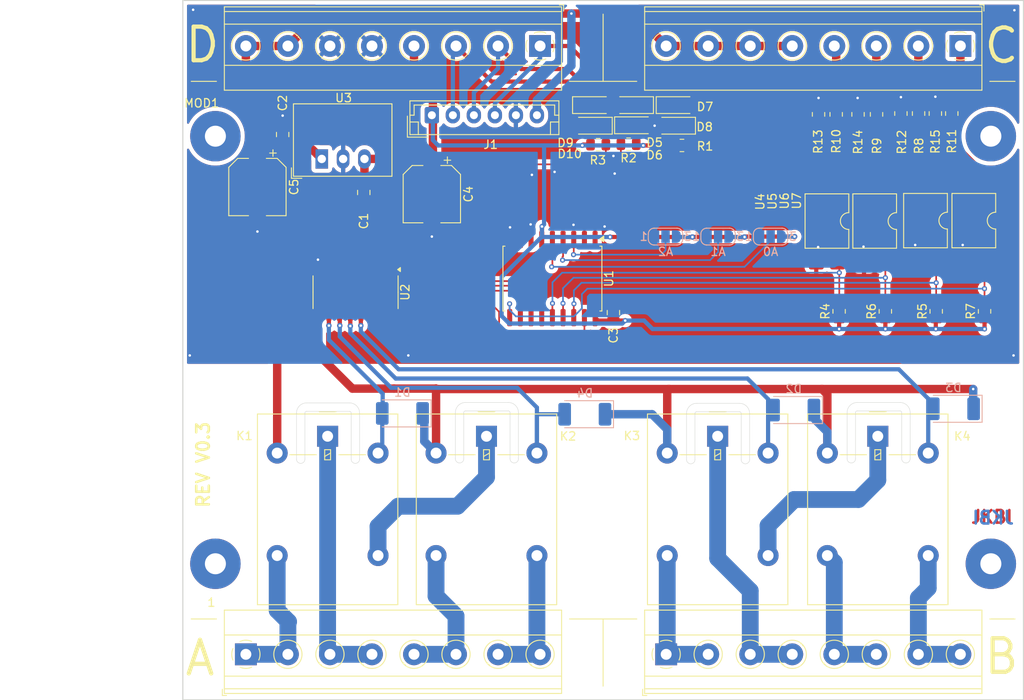
<source format=kicad_pcb>
(kicad_pcb (version 20241229) (generator "pcbnew") (generator_version "9.0")
  (title_block (title "Stairs LED contoller") (date "2025-10-06") (rev "${Revision}") (company "JKBI"))
  (layers (0 "F.Cu" signal) (2 "B.Cu" signal) (13 "F.Paste" user) (15 "B.Paste" user) (5 "F.SilkS" user "F.Silkscreen") (7 "B.SilkS" user "B.Silkscreen") (1 "F.Mask" user) (3 "B.Mask" user) (25 "Edge.Cuts" user))
  (property "Revision" "V0.3")
  (net 0 "")
  (net 1 "Net-(K1-Pad4)")
  (net 2 "GND")
  (net 3 "/nDOWN2")
  (net 4 "/L2")
  (net 5 "Net-(K3-Pad4)")
  (net 6 "/L1")
  (net 7 "/nDOWN1")
  (net 8 "/nUP2")
  (net 9 "/nUP1")
  (net 10 "VBUS")
  (net 11 "/L1-DOWN")
  (net 12 "/L1-UP")
  (net 13 "/L1-SW")
  (net 14 "/L2-DOWN")
  (net 15 "/L2-SW")
  (net 16 "/L2-UP")
  (net 19 "/DN1")
  (net 20 "/UP1")
  (net 21 "/DN2")
  (net 22 "/UP2")
  (net 25 "/SCL")
  (net 26 "/SDA")
  (net 27 "+3V3")
  (net 28 "/INT")
  (net 29 "/A0")
  (net 30 "/A1")
  (net 31 "/A2")
  (net 32 "/IN1_L")
  (net 33 "/IN2_L")
  (net 34 "/IN3_L")
  (net 35 "/IN4_L")
  (net 36 "/IN1_H")
  (net 37 "Net-(R8-Pad1)")
  (net 38 "Net-(R9-Pad1)")
  (net 39 "/IN2_H")
  (net 40 "Net-(R10-Pad1)")
  (net 41 "/IN4_H")
  (net 42 "Net-(R11-Pad1)")
  (net 43 "/IN3_H")
  (net 47 "Net-(R12-Pad1)")
  (net 48 "Net-(R13-Pad1)")
  (net 49 "Net-(R14-Pad1)")
  (net 50 "Net-(R15-Pad1)")
  (footprint "Connector_JST:JST_EH_B6B-EH-A_1x06_P2.50mm_Vertical" (layer "F.Cu") (at 130.8 69.4)
    (property "Reference" "J1")
    (property "Value" "Conn_01x05_Pin")
  )
  (footprint "Package_DIP:SMDIP-4_W9.53mm" (layer "F.Cu") (at 195.275 81.95 -90)
    (property "Reference" "U7")
    (property "Value" "EL817")
  )
  (footprint "Capacitor_SMD:CP_Elec_6.3x7.7" (layer "F.Cu") (at 110.05 77.95 -90)
    (property "Reference" "C5")
    (property "Value" "100uF")
  )
  (footprint "Resistor_SMD:R_0805_2012Metric" (layer "F.Cu") (at 184.75 92.75 90)
    (property "Reference" "R6")
    (property "Value" "4.7K")
  )
  (footprint "Relay_THT:Relay_SPDT_Omron-G5LE-1" (layer "F.Cu") (at 137.3 107.6225)
    (property "Reference" "K2")
    (property "Value" "LEG-24")
  )
  (footprint "Resistor_SMD:R_0805_2012Metric" (layer "F.Cu") (at 154.2 72.85 180)
    (property "Reference" "R2")
    (property "Value" "4.7K")
  )
  (footprint "Diode_SMD:D_SOD-123" (layer "F.Cu") (at 149.9 68.2)
    (property "Reference" "D9")
    (property "Value" "1N4148")
  )
  (footprint "Package_SO:SOIC-16_3.9x9.9mm_P1.27mm" (layer "F.Cu") (at 121.725 90.475 -90)
    (property "Reference" "U2")
    (property "Value" "ULN2003A")
  )
  (footprint "Resistor_SMD:R_0805_2012Metric" (layer "F.Cu") (at 183.7 69.3 90)
    (property "Reference" "R9")
    (property "Value" "2.2k")
  )
  (footprint "Relay_THT:Relay_SPDT_Omron-G5LE-1" (layer "F.Cu") (at 183.85 107.6225)
    (property "Reference" "K4")
    (property "Value" "LEG-24")
  )
  (footprint "Resistor_SMD:R_0805_2012Metric" (layer "F.Cu") (at 181.5 69.3 90)
    (property "Reference" "R14")
    (property "Value" "2.2k")
  )
  (footprint "Resistor_SMD:R_0805_2012Metric" (layer "F.Cu") (at 188.7 69.2 90)
    (property "Reference" "R8")
    (property "Value" "2.2k")
  )
  (footprint "Package_DIP:SMDIP-4_W9.53mm" (layer "F.Cu") (at 189.525 81.95 -90)
    (property "Reference" "U6")
    (property "Value" "EL817")
  )
  (footprint "Resistor_SMD:R_0805_2012Metric" (layer "F.Cu") (at 160.55 73)
    (property "Reference" "R1")
    (property "Value" "4.7K")
  )
  (footprint "Resistor_SMD:R_0805_2012Metric" (layer "F.Cu") (at 179.25 92.75 90)
    (property "Reference" "R4")
    (property "Value" "4.7K")
  )
  (footprint "Diode_SMD:D_SOD-123" (layer "F.Cu") (at 154.8 68.2 180)
    (property "Reference" "D5")
    (property "Value" "1N4148")
  )
  (footprint "Resistor_SMD:R_0805_2012Metric" (layer "F.Cu") (at 178.9 69.3 90)
    (property "Reference" "R10")
    (property "Value" "2.2k")
  )
  (footprint "Relay_THT:Relay_SPDT_Omron-G5LE-1" (layer "F.Cu") (at 118.4 107.6225)
    (property "Reference" "K1")
    (property "Value" "LEG-24")
  )
  (footprint "Resistor_SMD:R_0805_2012Metric" (layer "F.Cu") (at 186.6 69.2 90)
    (property "Reference" "R12")
    (property "Value" "2.2k")
  )
  (footprint "Diode_SMD:D_SOD-123" (layer "F.Cu") (at 159.85 68.2)
    (property "Reference" "D7")
    (property "Value" "1N4148")
  )
  (footprint "Diode_SMD:D_SOD-123" (layer "F.Cu") (at 159.8 70.65 180)
    (property "Reference" "D8")
    (property "Value" "1N4148")
  )
  (footprint "Package_DIP:SMDIP-4_W9.53mm" (layer "F.Cu") (at 183.48 82 -90)
    (property "Reference" "U5")
    (property "Value" "EL817")
  )
  (footprint "Diode_SMD:D_SOD-123" (layer "F.Cu") (at 149.9 70.65 180)
    (property "Reference" "D10")
    (property "Value" "1N4148")
  )
  (footprint "Package_SO:SOIC-18W_7.5x11.6mm_P1.27mm" (layer "F.Cu") (at 145.14 88.85 -90)
    (property "Reference" "U1")
    (property "Value" "MCP23008-xP")
  )
  (footprint "Resistor_SMD:R_0805_2012Metric" (layer "F.Cu") (at 150.5875 72.9)
    (property "Reference" "R3")
    (property "Value" "4.7K")
  )
  (footprint "ZD1006:ZD1006" (layer "F.Cu") (at 101.175 97.37)
    (property "Reference" "MOD1")
    (property "Value" "4x TerminalBlock_Phoenix_MKDS-1,5-8_1x08_P5.00mm + ZD1006")
    (fp_line (start 0 -41.625) (end 0 41.625) (stroke (width 0.12)) (layer "Edge.Cuts"))
    (fp_line (start 0 41.625) (end 100 41.625) (stroke (width 0.12)) (layer "Edge.Cuts"))
    (fp_line (start 100 -41.625) (end 0 -41.625) (stroke (width 0.12)) (layer "Edge.Cuts"))
    (fp_line (start 100 41.625) (end 100 -41.625) (stroke (width 0.12)) (layer "Edge.Cuts"))
  )
  (footprint "Package_DIP:SMDIP-4_W9.53mm" (layer "F.Cu") (at 177.8 82 -90)
    (property "Reference" "U4")
    (property "Value" "EL817")
  )
  (footprint "Resistor_SMD:R_0805_2012Metric" (layer "F.Cu") (at 196.55 92.75 90)
    (property "Reference" "R7")
    (property "Value" "4.7K")
  )
  (footprint "Capacitor_SMD:C_0805_2012Metric" (layer "F.Cu") (at 113.05 71.7 90)
    (property "Reference" "C2")
    (property "Value" "100nF")
  )
  (footprint "Converter_DCDC:Converter_DCDC_RECOM_R-78E-0.5_THT" (layer "F.Cu") (at 117.703 74.6075)
    (property "Reference" "U3")
    (property "Value" "R-78E3.3-1.0")
  )
  (footprint "Relay_THT:Relay_SPDT_Omron-G5LE-1" (layer "F.Cu") (at 164.8 107.6225)
    (property "Reference" "K3")
    (property "Value" "LEG-24")
  )
  (footprint "Resistor_SMD:R_0805_2012Metric" (layer "F.Cu") (at 192.65 69.2 90)
    (property "Reference" "R11")
    (property "Value" "2.2k")
  )
  (footprint "Resistor_SMD:R_0805_2012Metric" (layer "F.Cu") (at 176.8 69.3 90)
    (property "Reference" "R13")
    (property "Value" "2.2k")
  )
  (footprint "Diode_SMD:D_SOD-123" (layer "F.Cu") (at 154.9 70.6)
    (property "Reference" "D6")
    (property "Value" "1N4148")
  )
  (footprint "Capacitor_SMD:CP_Elec_6.3x7.7" (layer "F.Cu") (at 130.8 78.8 -90)
    (property "Reference" "C4")
    (property "Value" "100uF")
  )
  (footprint "Resistor_SMD:R_0805_2012Metric" (layer "F.Cu") (at 190.8 92.75 90)
    (property "Reference" "R5")
    (property "Value" "4.7K")
  )
  (footprint "Capacitor_SMD:C_0805_2012Metric" (layer "F.Cu") (at 122.7 78.6 -90)
    (property "Reference" "C1")
    (property "Value" "100nF")
  )
  (footprint "Capacitor_SMD:C_0805_2012Metric" (layer "F.Cu") (at 152.4 92.9 90)
    (property "Reference" "C3")
    (property "Value" "100nF")
  )
  (footprint "Resistor_SMD:R_0805_2012Metric" (layer "F.Cu") (at 190.7 69.2 90)
    (property "Reference" "R15")
    (property "Value" "2.2k")
  )
  (footprint "Jumper:SolderJumper-3_P1.3mm_Open_RoundedPad1.0x1.5mm_NumberLabels" (layer "B.Cu") (at 164.85 83.85)
    (property "Reference" "A1")
    (property "Value" "SolderJumper_3_Open")
  )
  (footprint "Diode_SMD:D_MELF" (layer "B.Cu") (at 127.3 104.9 180)
    (property "Reference" "D1")
    (property "Value" "SM4007")
  )
  (footprint "Diode_SMD:D_MELF" (layer "B.Cu") (at 192.85 104.35 180)
    (property "Reference" "D3")
    (property "Value" "SM4007")
  )
  (footprint "Diode_SMD:D_MELF" (layer "B.Cu") (at 149 105 180)
    (property "Reference" "D4")
    (property "Value" "SM4007")
  )
  (footprint "Jumper:SolderJumper-3_P1.3mm_Open_RoundedPad1.0x1.5mm_NumberLabels" (layer "B.Cu") (at 171.1 83.85)
    (property "Reference" "A0")
    (property "Value" "SolderJumper_3_Open")
  )
  (footprint "Diode_SMD:D_MELF" (layer "B.Cu") (at 173.85 104.5 180)
    (property "Reference" "D2")
    (property "Value" "SM4007")
  )
  (footprint "Jumper:SolderJumper-3_P1.3mm_Open_RoundedPad1.0x1.5mm_NumberLabels" (layer "B.Cu") (at 158.6 83.85)
    (property "Reference" "A2")
    (property "Value" "SolderJumper_3_Open")
  )
  (gr_arc (start 139.9 103.6) (mid 140.748528 103.951472) (end 141.1 104.8) (stroke (width 0.05)) (layer "Edge.Cuts"))
  (gr_arc (start 167.4 103.7) (mid 168.248528 104.051472) (end 168.6 104.9) (stroke (width 0.05)) (layer "Edge.Cuts"))
  (gr_arc (start 168.6 110.4) (mid 168.1 110.9) (end 167.6 110.4) (stroke (width 0.05)) (layer "Edge.Cuts"))
  (gr_line (start 187.7 110.3) (end 187.7 104.8) (stroke (width 0.05)) (layer "Edge.Cuts"))
  (gr_line (start 161.1 110.4) (end 161.1 104.9) (stroke (width 0.05)) (layer "Edge.Cuts"))
  (gr_line (start 134.6 110.3) (end 134.6 104.8) (stroke (width 0.05)) (layer "Edge.Cuts"))
  (gr_arc (start 122.2 110.35) (mid 121.7 110.85) (end 121.2 110.35) (stroke (width 0.05)) (layer "Edge.Cuts"))
  (gr_line (start 122.2 110.35) (end 122.2 104.85) (stroke (width 0.05)) (layer "Edge.Cuts"))
  (gr_line (start 134.8 103.6) (end 139.9 103.6) (stroke (width 0.05)) (layer "Edge.Cuts"))
  (gr_line (start 162.3 104.7) (end 167.4 104.7) (stroke (width 0.05)) (layer "Edge.Cuts"))
  (gr_line (start 141.1 110.3) (end 141.1 104.8) (stroke (width 0.05)) (layer "Edge.Cuts"))
  (gr_arc (start 181.2 110.3) (mid 180.7 110.8) (end 180.2 110.3) (stroke (width 0.05)) (layer "Edge.Cuts"))
  (gr_arc (start 121 103.65) (mid 121.848528 104.001472) (end 122.2 104.85) (stroke (width 0.05)) (layer "Edge.Cuts"))
  (gr_line (start 181.4 104.6) (end 186.5 104.6) (stroke (width 0.05)) (layer "Edge.Cuts"))
  (gr_arc (start 162.1 104.9) (mid 162.158579 104.758579) (end 162.3 104.7) (stroke (width 0.05)) (layer "Edge.Cuts"))
  (gr_arc (start 133.6 104.8) (mid 133.951472 103.951472) (end 134.8 103.6) (stroke (width 0.05)) (layer "Edge.Cuts"))
  (gr_line (start 121.2 110.35) (end 121.2 104.85) (stroke (width 0.05)) (layer "Edge.Cuts"))
  (gr_arc (start 187.7 110.3) (mid 187.2 110.8) (end 186.7 110.3) (stroke (width 0.05)) (layer "Edge.Cuts"))
  (gr_line (start 115.9 104.65) (end 121 104.65) (stroke (width 0.05)) (layer "Edge.Cuts"))
  (gr_line (start 115.7 110.35) (end 115.7 104.85) (stroke (width 0.05)) (layer "Edge.Cuts"))
  (gr_arc (start 167.4 104.7) (mid 167.541421 104.758579) (end 167.6 104.9) (stroke (width 0.05)) (layer "Edge.Cuts"))
  (gr_arc (start 141.1 110.3) (mid 140.6 110.8) (end 140.1 110.3) (stroke (width 0.05)) (layer "Edge.Cuts"))
  (gr_line (start 186.7 110.3) (end 186.7 104.8) (stroke (width 0.05)) (layer "Edge.Cuts"))
  (gr_arc (start 180.2 104.8) (mid 180.551472 103.951472) (end 181.4 103.6) (stroke (width 0.05)) (layer "Edge.Cuts"))
  (gr_line (start 134.8 104.6) (end 139.9 104.6) (stroke (width 0.05)) (layer "Edge.Cuts"))
  (gr_arc (start 181.2 104.8) (mid 181.258579 104.658579) (end 181.4 104.6) (stroke (width 0.05)) (layer "Edge.Cuts"))
  (gr_arc (start 186.5 104.6) (mid 186.641421 104.658579) (end 186.7 104.8) (stroke (width 0.05)) (layer "Edge.Cuts"))
  (gr_arc (start 162.1 110.4) (mid 161.6 110.9) (end 161.1 110.4) (stroke (width 0.05)) (layer "Edge.Cuts"))
  (gr_arc (start 139.9 104.6) (mid 140.041421 104.658579) (end 140.1 104.8) (stroke (width 0.05)) (layer "Edge.Cuts"))
  (gr_arc (start 115.7 110.35) (mid 115.2 110.85) (end 114.7 110.35) (stroke (width 0.05)) (layer "Edge.Cuts"))
  (gr_arc (start 186.5 103.6) (mid 187.348528 103.951472) (end 187.7 104.8) (stroke (width 0.05)) (layer "Edge.Cuts"))
  (gr_line (start 180.2 110.3) (end 180.2 104.8) (stroke (width 0.05)) (layer "Edge.Cuts"))
  (gr_line (start 162.1 110.4) (end 162.1 104.9) (stroke (width 0.05)) (layer "Edge.Cuts"))
  (gr_arc (start 134.6 104.8) (mid 134.658579 104.658579) (end 134.8 104.6) (stroke (width 0.05)) (layer "Edge.Cuts"))
  (gr_line (start 115.9 103.65) (end 121 103.65) (stroke (width 0.05)) (layer "Edge.Cuts"))
  (gr_arc (start 121 104.65) (mid 121.141421 104.708579) (end 121.2 104.85) (stroke (width 0.05)) (layer "Edge.Cuts"))
  (gr_line (start 140.1 110.3) (end 140.1 104.8) (stroke (width 0.05)) (layer "Edge.Cuts"))
  (gr_line (start 181.2 110.3) (end 181.2 104.8) (stroke (width 0.05)) (layer "Edge.Cuts"))
  (gr_line (start 114.7 110.35) (end 114.7 104.85) (stroke (width 0.05)) (layer "Edge.Cuts"))
  (gr_line (start 168.6 110.4) (end 168.6 104.9) (stroke (width 0.05)) (layer "Edge.Cuts"))
  (gr_line (start 162.3 103.7) (end 167.4 103.7) (stroke (width 0.05)) (layer "Edge.Cuts"))
  (gr_line (start 167.6 110.4) (end 167.6 104.9) (stroke (width 0.05)) (layer "Edge.Cuts"))
  (gr_arc (start 161.1 104.9) (mid 161.451472 104.051472) (end 162.3 103.7) (stroke (width 0.05)) (layer "Edge.Cuts"))
  (gr_arc (start 134.6 110.3) (mid 134.1 110.8) (end 133.6 110.3) (stroke (width 0.05)) (layer "Edge.Cuts"))
  (gr_line (start 181.4 103.6) (end 186.5 103.6) (stroke (width 0.05)) (layer "Edge.Cuts"))
  (gr_arc (start 115.7 104.85) (mid 115.758579 104.708579) (end 115.9 104.65) (stroke (width 0.05)) (layer "Edge.Cuts"))
  (gr_arc (start 114.7 104.85) (mid 115.051472 104.001472) (end 115.9 103.65) (stroke (width 0.05)) (layer "Edge.Cuts"))
  (gr_line (start 133.6 110.3) (end 133.6 104.8) (stroke (width 0.05)) (layer "Edge.Cuts"))
  (gr_text "JKBI" (at 194.8 118.1 0) (layer "F.Cu") (effects (font (size 1.5 1.5) (thickness 0.3) (bold yes)) (justify left bottom)))
  (gr_text "JKBI" (at 200.2 118.2 0) (layer "B.Cu") (effects (font (size 1.5 1.5) (thickness 0.3) (bold yes)) (justify left bottom mirror)))
  (gr_text "REV ${Revision}" (at 104.467428 116.275428 90) (layer "F.SilkS") (effects (font (size 1.5 1.5) (thickness 0.3) (bold yes)) (justify left bottom)))
  (gr_text "1" (at 104 128 0) (layer "F.SilkS") (effects (font (size 1 1)) (justify left bottom)))
  (segment (start 133.85 115.95) (end 126.8 115.95) (width 2) (layer "B.Cu") (net 1))
  (segment (start 126.8 115.95) (end 124.4 118.35) (width 2) (layer "B.Cu") (net 1))
  (segment (start 137.3 107.6225) (end 137.3 112.5) (width 2) (layer "B.Cu") (net 1))
  (segment (start 137.3 112.5) (end 133.85 115.95) (width 2) (layer "B.Cu") (net 1))
  (segment (start 124.4 118.35) (end 124.4 121.8225) (width 2) (layer "B.Cu") (net 1))
  (segment (start 176.73 85.12) (end 176.75 85.1) (width 0.5) (layer "F.Cu") (net 2))
  (segment (start 176.8 68.3875) (end 176.8 67.35) (width 0.5) (layer "F.Cu") (net 2))
  (segment (start 158.15 70.65) (end 157.3 70.65) (width 0.5) (layer "F.Cu") (net 2))
  (segment (start 182.21 85.11) (end 182.15 85.05) (width 0.5) (layer "F.Cu") (net 2))
  (segment (start 113.05 70.75) (end 113.05 69.45) (width 1) (layer "F.Cu") (net 2))
  (segment (start 156.6 70.65) (end 156.55 70.6) (width 0.5) (layer "F.Cu") (net 2))
  (segment (start 157.3 70.65) (end 156.6 70.65) (width 0.5) (layer "F.Cu") (net 2))
  (segment (start 181.5 67.4) (end 181.45 67.35) (width 0.5) (layer "F.Cu") (net 2))
  (segment (start 130.8 81.5) (end 130.8 83.85) (width 1) (layer "F.Cu") (net 2))
  (segment (start 117.28 88) (end 117.28 86.63) (width 0.5) (layer "F.Cu") (net 2))
  (segment (start 186.6 68.2875) (end 186.6 67.25) (width 0.5) (layer "F.Cu") (net 2))
  (segment (start 110.05 80.65) (end 110.05 83.25) (width 1) (layer "F.Cu") (net 2))
  (segment (start 194.005 86.715) (end 194.005 84.905) (width 0.5) (layer "F.Cu") (net 2))
  (segment (start 188.255 86.715) (end 188.255 84.895) (width 0.5) (layer "F.Cu") (net 2))
  (segment (start 181.5 68.3875) (end 181.5 67.4) (width 0.5) (layer "F.Cu") (net 2))
  (segment (start 190.7 68.2875) (end 190.7 67.2) (width 0.5) (layer "F.Cu") (net 2))
  (segment (start 182.21 86.765) (end 182.21 85.11) (width 0.5) (layer "F.Cu") (net 2))
  (segment (start 176.73 86.765) (end 176.73 85.12) (width 0.5) (layer "F.Cu") (net 2))
  (segment (start 188.255 84.895) (end 188.3 84.85) (width 0.5) (layer "F.Cu") (net 2))
  (segment (start 194.005 84.905) (end 193.95 84.85) (width 0.5) (layer "F.Cu") (net 2))
  (segment (start 117.28 86.63) (end 117.25 86.6) (width 0.5) (layer "F.Cu") (net 2))
  (segment (start 140.06 84.2) (end 140.06 82.79) (width 0.5) (layer "F.Cu") (net 2))
  (segment (start 140.06 82.79) (end 140.1 82.75) (width 0.5) (layer "F.Cu") (net 2))
  (via (at 142.7 76.5) (size 0.6) (drill 0.3) (layers "F.Cu" "B.Cu") (net 2))
  (via (at 152.55 76.35) (size 0.6) (drill 0.3) (layers "F.Cu" "B.Cu") (net 2))
  (via (at 142.55 82.4) (size 0.6) (drill 0.3) (layers "F.Cu" "B.Cu") (net 2))
  (via (at 157.3 70.65) (size 0.6) (drill 0.3) (layers "F.Cu" "B.Cu") (net 2))
  (via (at 147.65 82.45) (size 0.6) (drill 0.3) (layers "F.Cu" "B.Cu") (net 2))
  (via (at 130.8 83.85) (size 0.6) (drill 0.3) (layers "F.Cu" "B.Cu") (net 2))
  (via (at 176.75 85.1) (size 0.6) (drill 0.3) (layers "F.Cu" "B.Cu") (net 2))
  (via (at 140.1 82.75) (size 0.65) (drill 0.3) (layers "F.Cu" "B.Cu") (net 2))
  (via (at 151.35 82.65) (size 0.6) (drill 0.3) (layers "F.Cu" "B.Cu") (net 2))
  (via (at 152.4 74.25) (size 0.6) (drill 0.3) (layers "F.Cu" "B.Cu") (net 2))
  (via (at 102.4 56.85) (size 0.6) (drill 0.3) (layers "F.Cu" "B.Cu") (net 2))
  (via (at 200.1 56.9) (size 0.6) (drill 0.3) (layers "F.Cu" "B.Cu") (net 2))
  (via (at 188.3 84.85) (size 0.6) (drill 0.3) (layers "F.Cu" "B.Cu") (net 2))
  (via (at 200 98) (size 0.6) (drill 0.3) (layers "F.Cu" "B.Cu") (net 2))
  (via (at 182.15 85.05) (size 0.6) (drill 0.3) (layers "F.Cu" "B.Cu") (net 2))
  (via (at 176.8 67.35) (size 0.6) (drill 0.3) (layers "F.Cu" "B.Cu") (net 2))
  (via (at 186.6 67.25) (size 0.6) (drill 0.3) (layers "F.Cu" "B.Cu") (net 2))
  (via (at 181.45 67.35) (size 0.6) (drill 0.3) (layers "F.Cu" "B.Cu") (net 2))
  (via (at 117.25 86.6) (size 0.65) (drill 0.3) (layers "F.Cu" "B.Cu") (net 2))
  (via (at 110.05 83.25) (size 0.6) (drill 0.3) (layers "F.Cu" "B.Cu") (net 2))
  (via (at 190.7 67.2) (size 0.6) (drill 0.3) (layers "F.Cu" "B.Cu") (net 2))
  (via (at 113.05 69.45) (size 0.6) (drill 0.3) (layers "F.Cu" "B.Cu") (net 2))
  (via (at 145.4 76.15) (size 0.6) (drill 0.3) (layers "F.Cu" "B.Cu") (net 2))
  (via (at 128 98) (size 0.6) (drill 0.3) (layers "F.Cu" "B.Cu") (net 2))
  (via (at 102 98) (size 0.6) (drill 0.3) (layers "F.Cu" "B.Cu") (net 2))
  (via (at 193.95 84.85) (size 0.6) (drill 0.3) (layers "F.Cu" "B.Cu") (net 2))
  (segment (start 121.1 94.5) (end 121.1 92.96) (width 0.5) (layer "F.Cu") (net 3))
  (segment (start 121.1 92.96) (end 121.09 92.95) (width 0.5) (layer "F.Cu") (net 3))
  (via (at 121.1 94.5) (size 0.65) (drill 0.3) (layers "F.Cu" "B.Cu") (net 3))
  (segment (start 121.1 94.5) (end 121.1 95.35) (width 0.5) (layer "B.Cu") (net 3))
  (segment (start 121.1 95.35) (end 126.5 100.75) (width 0.5) (layer "B.Cu") (net 3))
  (segment (start 168.35 100.75) (end 170.8 103.2) (width 0.5) (layer "B.Cu") (net 3))
  (segment (start 126.5 100.75) (end 168.35 100.75) (width 0.5) (layer "B.Cu") (net 3))
  (segment (start 170.8 103.2) (end 170.8 109.6225) (width 0.5) (layer "B.Cu") (net 3))
  (segment (start 168.675 126.025) (end 168.675 133.58) (width 2) (layer "B.Cu") (net 4))
  (segment (start 164.8 107.6225) (end 164.8 122.15) (width 2) (layer "B.Cu") (net 4))
  (segment (start 164.8 122.15) (end 168.675 126.025) (width 2) (layer "B.Cu") (net 4))
  (segment (start 173.675 133.58) (end 168.675 133.58) (width 2) (layer "B.Cu") (net 4))
  (segment (start 181.55 115.15) (end 183.85 112.85) (width 2) (layer "B.Cu") (net 5))
  (segment (start 173.9 115.15) (end 181.55 115.15) (width 2) (layer "B.Cu") (net 5))
  (segment (start 170.8 118.25) (end 173.9 115.15) (width 2) (layer "B.Cu") (net 5))
  (segment (start 183.85 112.85) (end 183.85 107.6225) (width 2) (layer "B.Cu") (net 5))
  (segment (start 170.8 121.8225) (end 170.8 118.25) (width 2) (layer "B.Cu") (net 5))
  (segment (start 123.675 133.58) (end 118.675 133.58) (width 2) (layer "B.Cu") (net 6))
  (segment (start 118.675 133.58) (end 118.4 133.305) (width 2) (layer "B.Cu") (net 6))
  (segment (start 118.4 133.305) (end 118.4 107.6225) (width 2) (layer "B.Cu") (net 6))
  (segment (start 118.55 94.45) (end 118.55 92.95) (width 0.5) (layer "F.Cu") (net 7))
  (via (at 118.55 94.45) (size 0.65) (drill 0.3) (layers "F.Cu" "B.Cu") (net 7))
  (segment (start 124.9 109.1225) (end 124.4 109.6225) (width 0.5) (layer "B.Cu") (net 7))
  (segment (start 124.9 104.9) (end 124.9 109.1225) (width 0.5) (layer "B.Cu") (net 7))
  (segment (start 124.95 102.55) (end 124.95 104.85) (width 0.5) (layer "B.Cu") (net 7))
  (segment (start 124.95 104.85) (end 124.9 104.9) (width 0.5) (layer "B.Cu") (net 7))
  (segment (start 118.55 94.45) (end 118.55 96.15) (width 0.5) (layer "B.Cu") (net 7))
  (segment (start 118.55 96.15) (end 124.95 102.55) (width 0.5) (layer "B.Cu") (net 7))
  (segment (start 122.35 94.45) (end 122.35 92.96) (width 0.5) (layer "F.Cu") (net 8))
  (segment (start 122.35 92.96) (end 122.36 92.95) (width 0.5) (layer "F.Cu") (net 8))
  (via (at 122.35 94.45) (size 0.65) (drill 0.3) (layers "F.Cu" "B.Cu") (net 8))
  (segment (start 122.35 95.15) (end 126.85 99.65) (width 0.5) (layer "B.Cu") (net 8))
  (segment (start 189.85 103.15) (end 189.85 109.6225) (width 0.5) (layer "B.Cu") (net 8))
  (segment (start 122.35 94.45) (end 122.35 95.15) (width 0.5) (layer "B.Cu") (net 8))
  (segment (start 186.35 99.65) (end 189.85 103.15) (width 0.5) (layer "B.Cu") (net 8))
  (segment (start 126.85 99.65) (end 186.35 99.65) (width 0.5) (layer "B.Cu") (net 8))
  (segment (start 119.85 92.98) (end 119.82 92.95) (width 0.5) (layer "F.Cu") (net 9))
  (segment (start 119.85 94.45) (end 119.85 92.98) (width 0.5) (layer "F.Cu") (net 9))
  (via (at 119.85 94.45) (size 0.65) (drill 0.3) (layers "F.Cu" "B.Cu") (net 9))
  (segment (start 143.3 104.2) (end 143.3 109.6225) (width 0.5) (layer "B.Cu") (net 9))
  (segment (start 143.3 109.6225) (end 143.3 105) (width 0.5) (layer "B.Cu") (net 9))
  (segment (start 125.95 101.85) (end 140.95 101.85) (width 0.5) (layer "B.Cu") (net 9))
  (segment (start 140.95 101.85) (end 143.3 104.2) (width 0.5) (layer "B.Cu") (net 9))
  (segment (start 119.85 95.75) (end 125.95 101.85) (width 0.5) (layer "B.Cu") (net 9))
  (segment (start 143.3 105) (end 146.6 105) (width 0.5) (layer "B.Cu") (net 9))
  (segment (start 119.85 94.45) (end 119.85 95.75) (width 0.5) (layer "B.Cu") (net 9))
  (segment (start 117.703 74.6075) (end 116.5955 73.5) (width 1) (layer "F.Cu") (net 10))
  (segment (start 158.8 102.2) (end 159 102) (width 1) (layer "F.Cu") (net 10))
  (segment (start 195.2 102) (end 177.2 102) (width 1) (layer "F.Cu") (net 10))
  (segment (start 131.3 101.95) (end 131.3 109.6225) (width 1) (layer "F.Cu") (net 10))
  (segment (start 113.675 61.16) (end 117.535 57.3) (width 1) (layer "F.Cu") (net 10))
  (segment (start 110.25 73.5) (end 110.25 74.6) (width 1) (layer "F.Cu") (net 10))
  (segment (start 108.675 61.16) (end 108.675 67.675) (width 1) (layer "F.Cu") (net 10))
  (segment (start 158.8 109.6225) (end 158.8 102.2) (width 1) (layer "F.Cu") (net 10))
  (segment (start 117.535 57.3) (end 147.4 57.3) (width 1) (layer "F.Cu") (net 10))
  (segment (start 117.22 92.42) (end 117.22 97.82) (width 1) (layer "F.Cu") (net 10))
  (segment (start 126.3 101.95) (end 131.3 101.95) (width 1) (layer "F.Cu") (net 10))
  (segment (start 158.675 61.16) (end 173.675 61.16) (width 1) (layer "F.Cu") (net 10))
  (segment (start 116.5955 73.5) (end 110.25 73.5) (width 1) (layer "F.Cu") (net 10))
  (segment (start 131.3 101.95) (end 131.25 102) (width 1) (layer "F.Cu") (net 10))
  (segment (start 112.4 97.85) (end 112.4 109.6225) (width 1) (layer "F.Cu") (net 10))
  (segment (start 131.1 102) (end 159 102) (width 1) (layer "F.Cu") (net 10))
  (segment (start 107.5 90) (end 107.5 92.95) (width 1) (layer "F.Cu") (net 10))
  (segment (start 110.25 69.25) (end 110.25 74.6) (width 1) (layer "F.Cu") (net 10))
  (segment (start 117.25 97.85) (end 121.35 101.95) (width 1) (layer "F.Cu") (net 10))
  (segment (start 154.815 57.3) (end 158.675 61.16) (width 1) (layer "F.Cu") (net 10))
  (segment (start 110.25 76.1) (end 107.597349 78.752651) (width 1) (layer "F.Cu") (net 10))
  (segment (start 107.597349 89.902651) (end 107.5 90) (width 1) (layer "F.Cu") (net 10))
  (segment (start 121.35 101.95) (end 126.3 101.95) (width 1) (layer "F.Cu") (net 10))
  (segment (start 177.2 102) (end 177.85 102.65) (width 1) (layer "F.Cu") (net 10))
  (segment (start 159 102) (end 177.2 102) (width 1) (layer "F.Cu") (net 10))
  (segment (start 108.675 61.16) (end 113.675 61.16) (width 1) (layer "F.Cu") (net 10))
  (segment (start 131.25 102) (end 131.1 102) (width 1) (layer "F.Cu") (net 10))
  (segment (start 107.5 92.95) (end 112.4 97.85) (width 1) (layer "F.Cu") (net 10))
  (segment (start 147.4 57.3) (end 154.815 57.3) (width 1) (layer "F.Cu") (net 10))
  (segment (start 112.4 97.85) (end 117.25 97.85) (width 1) (layer "F.Cu") (net 10))
  (segment (start 107.597349 78.752651) (end 107.597349 89.902651) (width 1) (layer "F.Cu") (net 10))
  (segment (start 177.85 102.65) (end 177.85 109.6225) (width 1) (layer "F.Cu") (net 10))
  (segment (start 108.675 67.675) (end 110.25 69.25) (width 1) (layer "F.Cu") (net 10))
  (segment (start 117.22 97.82) (end 117.25 97.85) (width 1) (layer "F.Cu") (net 10))
  (segment (start 110.25 74.6) (end 110.25 76.1) (width 1) (layer "F.Cu") (net 10))
  (via (at 195.2 102) (size 0.65) (drill 0.3) (layers "F.Cu" "B.Cu") (net 10))
  (via (at 147.4 57.3) (size 0.6) (drill 0.3) (layers "F.Cu" "B.Cu") (net 10))
  (segment (start 129.9 108.2225) (end 131.3 109.6225) (width 1) (layer "B.Cu") (net 10))
  (segment (start 151.4 105) (end 157 105) (width 1) (layer "B.Cu") (net 10))
  (segment (start 177.85 107.1) (end 177.85 109.6225) (width 1) (layer "B.Cu") (net 10))
  (segment (start 176.4 103.65) (end 176.4 105.65) (width 1) (layer "B.Cu") (net 10))
  (segment (start 157 105) (end 158.8 106.8) (width 1) (layer "B.Cu") (net 10))
  (segment (start 129.7 104.9) (end 129.9 105.1) (width 1) (layer "B.Cu") (net 10))
  (segment (start 147.4 63.5) (end 147.4 57.3) (width 1) (layer "B.Cu") (net 10))
  (segment (start 195.25 104.2) (end 195.25 104.35) (width 1) (layer "B.Cu") (net 10))
  (segment (start 143.3 67.6) (end 147.4 63.5) (width 1) (layer "B.Cu") (net 10))
  (segment (start 195.2 104.15) (end 195.25 104.2) (width 1) (layer "B.Cu") (net 10))
  (segment (start 158.8 106.8) (end 158.8 109.6225) (width 1) (layer "B.Cu") (net 10))
  (segment (start 176.4 105.65) (end 177.85 107.1) (width 1) (layer "B.Cu") (net 10))
  (segment (start 195.2 102) (end 195.2 104.15) (width 1) (layer "B.Cu") (net 10))
  (segment (start 129.9 105.1) (end 129.9 108.2225) (width 1) (layer "B.Cu") (net 10))
  (segment (start 143.3 69.4) (end 143.3 67.6) (width 1) (layer "B.Cu") (net 10))
  (segment (start 113.675 129.775) (end 113.675 133.58) (width 2) (layer "B.Cu") (net 11))
  (segment (start 108.675 133.58) (end 113.675 133.58) (width 2) (layer "B.Cu") (net 11))
  (segment (start 112.4 121.8225) (end 112.4 128.35) (width 2) (layer "B.Cu") (net 11))
  (segment (start 112.4 128.35) (end 113.75 129.7) (width 2) (layer "B.Cu") (net 11))
  (segment (start 113.75 129.7) (end 113.675 129.775) (width 2) (layer "B.Cu") (net 11))
  (segment (start 133.675 129.025) (end 133.675 133.58) (width 2) (layer "B.Cu") (net 12))
  (segment (start 128.675 133.58) (end 133.675 133.58) (width 2) (layer "B.Cu") (net 12))
  (segment (start 131.3 126.65) (end 133.675 129.025) (width 2) (layer "B.Cu") (net 12))
  (segment (start 131.3 121.8225) (end 131.3 126.65) (width 2) (layer "B.Cu") (net 12))
  (segment (start 138.675 133.58) (end 143.675 133.58) (width 2) (layer "B.Cu") (net 13))
  (segment (start 143.3 121.8225) (end 143.3 133.205) (width 2) (layer "B.Cu") (net 13))
  (segment (start 143.3 133.205) (end 143.675 133.58) (width 2) (layer "B.Cu") (net 13))
  (segment (start 158.8 121.8225) (end 158.8 133.455) (width 2) (layer "B.Cu") (net 14))
  (segment (start 163.675 133.58) (end 158.675 133.58) (width 2) (layer "B.Cu") (net 14))
  (segment (start 158.8 133.455) (end 158.675 133.58) (width 2) (layer "B.Cu") (net 14))
  (segment (start 189.85 121.8225) (end 189.85 125.7) (width 2) (layer "B.Cu") (net 15))
  (segment (start 188.675 126.875) (end 188.675 133.58) (width 2) (layer "B.Cu") (net 15))
  (segment (start 193.675 133.58) (end 188.675 133.58) (width 2) (layer "B.Cu") (net 15))
  (segment (start 189.85 125.7) (end 188.675 126.875) (width 2) (layer "B.Cu") (net 15))
  (segment (start 178.675 133.58) (end 178.675 122.6475) (width 2) (layer "B.Cu") (net 16))
  (segment (start 178.675 122.6475) (end 177.85 121.8225) (width 2) (layer "B.Cu") (net 16))
  (segment (start 183.675 133.58) (end 178.675 133.58) (width 2) (layer "B.Cu") (net 16))
  (segment (start 143.87 91.17) (end 143.87 93.5) (width 0.2) (layer "F.Cu") (net 19))
  (segment (start 130.25 89.15) (end 141.85 89.15) (width 0.2) (layer "F.Cu") (net 19))
  (segment (start 118.55 86.45) (end 119.95 85.05) (width 0.2) (layer "F.Cu") (net 19))
  (segment (start 129.1 86.1) (end 129.1 88) (width 0.2) (layer "F.Cu") (net 19))
  (segment (start 128.05 85.05) (end 129.1 86.1) (width 0.2) (layer "F.Cu") (net 19))
  (segment (start 118.55 88) (end 118.55 86.45) (width 0.2) (layer "F.Cu") (net 19))
  (segment (start 119.95 85.05) (end 128.05 85.05) (width 0.2) (layer "F.Cu") (net 19))
  (segment (start 129.1 88) (end 130.25 89.15) (width 0.2) (layer "F.Cu") (net 19))
  (segment (start 141.85 89.15) (end 143.87 91.17) (width 0.2) (layer "F.Cu") (net 19))
  (segment (start 142.6 91.2) (end 142.6 93.5) (width 0.2) (layer "F.Cu") (net 20))
  (segment (start 127.75 85.6) (end 128.6 86.45) (width 0.2) (layer "F.Cu") (net 20))
  (segment (start 141.1 89.7) (end 142.6 91.2) (width 0.2) (layer "F.Cu") (net 20))
  (segment (start 119.82 88) (end 119.82 86.63) (width 0.2) (layer "F.Cu") (net 20))
  (segment (start 129.8 89.7) (end 141.1 89.7) (width 0.2) (layer "F.Cu") (net 20))
  (segment (start 120.85 85.6) (end 127.75 85.6) (width 0.2) (layer "F.Cu") (net 20))
  (segment (start 128.6 86.45) (end 128.6 88.5) (width 0.2) (layer "F.Cu") (net 20))
  (segment (start 119.82 86.63) (end 120.85 85.6) (width 0.2) (layer "F.Cu") (net 20))
  (segment (start 128.6 88.5) (end 129.8 89.7) (width 0.2) (layer "F.Cu") (net 20))
  (segment (start 121.7 86.15) (end 127.4 86.15) (width 0.2) (layer "F.Cu") (net 21))
  (segment (start 121.15 87.6) (end 121.15 86.7) (width 0.2) (layer "F.Cu") (net 21))
  (segment (start 127.95 88.8) (end 129.45 90.3) (width 0.2) (layer "F.Cu") (net 21))
  (segment (start 141.33 91.53) (end 141.33 93.5) (width 0.2) (layer "F.Cu") (net 21))
  (segment (start 121.15 86.7) (end 121.7 86.15) (width 0.2) (layer "F.Cu") (net 21))
  (segment (start 127.95 86.7) (end 127.95 88.8) (width 0.2) (layer "F.Cu") (net 21))
  (segment (start 127.4 86.15) (end 127.95 86.7) (width 0.2) (layer "F.Cu") (net 21))
  (segment (start 129.45 90.3) (end 140.1 90.3) (width 0.2) (layer "F.Cu") (net 21))
  (segment (start 140.1 90.3) (end 141.33 91.53) (width 0.2) (layer "F.Cu") (net 21))
  (segment (start 122.36 88) (end 122.36 89.36) (width 0.2) (layer "F.Cu") (net 22))
  (segment (start 127.8 89.45) (end 129.2 90.85) (width 0.2) (layer "F.Cu") (net 22))
  (segment (start 129.2 90.85) (end 136.85 90.85) (width 0.2) (layer "F.Cu") (net 22))
  (segment (start 148.95 94.95) (end 148.95 93.5) (width 0.2) (layer "F.Cu") (net 22))
  (segment (start 138.8 94.7) (end 139.45 95.35) (width 0.2) (layer "F.Cu") (net 22))
  (segment (start 136.85 90.85) (end 138.8 92.8) (width 0.2) (layer "F.Cu") (net 22))
  (segment (start 138.8 92.8) (end 138.8 94.7) (width 0.2) (layer "F.Cu") (net 22))
  (segment (start 148.55 95.35) (end 148.95 94.95) (width 0.2) (layer "F.Cu") (net 22))
  (segment (start 139.45 95.35) (end 148.55 95.35) (width 0.2) (layer "F.Cu") (net 22))
  (segment (start 122.36 89.36) (end 122.45 89.45) (width 0.2) (layer "F.Cu") (net 22))
  (segment (start 122.45 89.45) (end 127.8 89.45) (width 0.2) (layer "F.Cu") (net 22))
  (segment (start 150.22 84.2) (end 150.22 81.53) (width 0.2) (layer "F.Cu") (net 25))
  (segment (start 161.4625 65.9625) (end 161.4625 73) (width 0.5) (layer "F.Cu") (net 25))
  (segment (start 147.16 61.16) (end 150.3 64.3) (width 0.5) (layer "F.Cu") (net 25))
  (segment (start 150.3 64.3) (end 159.8 64.3) (width 0.5) (layer "F.Cu") (net 25))
  (segment (start 159.8 64.3) (end 161.4625 65.9625) (width 0.5) (layer "F.Cu") (net 25))
  (segment (start 150.22 81.53) (end 154.62 77.13) (width 0.2) (layer "F.Cu") (net 25))
  (segment (start 156.5 75.25) (end 160.8 75.25) (width 0.2) (layer "F.Cu") (net 25))
  (segment (start 160.8 75.25) (end 161.35 74.7) (width 0.2) (layer "F.Cu") (net 25))
  (segment (start 143.675 61.16) (end 147.16 61.16) (width 0.5) (layer "F.Cu") (net 25))
  (segment (start 161.4625 74.4375) (end 161.4625 73) (width 0.2) (layer "F.Cu") (net 25))
  (segment (start 154.62 77.13) (end 156.5 75.25) (width 0.2) (layer "F.Cu") (net 25))
  (segment (start 161.35 74.7) (end 161.35 74.55) (width 0.2) (layer "F.Cu") (net 25))
  (segment (start 161.35 74.55) (end 161.4625 74.4375) (width 0.2) (layer "F.Cu") (net 25))
  (segment (start 138.3 68) (end 143.675 62.625) (width 0.5) (layer "B.Cu") (net 25))
  (segment (start 138.545 69.415) (end 138.3 69.17) (width 0.5) (layer "B.Cu") (net 25))
  (segment (start 138.3 69.17) (end 138.3 68) (width 0.5) (layer "B.Cu") (net 25))
  (segment (start 143.675 62.625) (end 143.675 61.16) (width 0.5) (layer "B.Cu") (net 25))
  (segment (start 148.95 81.45) (end 148.95 84.2) (width 0.2) (layer "F.Cu") (net 26))
  (segment (start 153.15 68.2) (end 153.15 72.7125) (width 0.5) (layer "F.Cu") (net 26))
  (segment (start 153.15 66.35) (end 153.15 68.2) (width 0.5) (layer "F.Cu") (net 26))
  (segment (start 153.2875 72.85) (end 153.2875 77.1125) (width 0.2) (layer "F.Cu") (net 26))
  (segment (start 141.415 63.9) (end 147 63.9) (width 0.5) (layer "F.Cu") (net 26))
  (segment (start 153.35 72.9125) (end 153.2875 72.85) (width 0.2) (layer "F.Cu") (net 26))
  (segment (start 152.45 65.65) (end 153.15 66.35) (width 0.5) (layer "F.Cu") (net 26))
  (segment (start 138.675 61.16) (end 141.415 63.9) (width 0.5) (layer "F.Cu") (net 26))
  (segment (start 153.2875 77.1125) (end 148.95 81.45) (width 0.2) (layer "F.Cu") (net 26))
  (segment (start 147 63.9) (end 148.75 65.65) (width 0.5) (layer "F.Cu") (net 26))
  (segment (start 153.15 72.7125) (end 153.2875 72.85) (width 0.5) (layer "F.Cu") (net 26))
  (segment (start 148.75 65.65) (end 152.45 65.65) (width 0.5) (layer "F.Cu") (net 26))
  (segment (start 138.675 63.825) (end 135.8 66.7) (width 0.5) (layer "B.Cu") (net 26))
  (segment (start 138.675 61.16) (end 138.675 63.825) (width 0.5) (layer "B.Cu") (net 26))
  (segment (start 135.8 69.21) (end 136.005 69.415) (width 0.5) (layer "B.Cu") (net 26))
  (segment (start 135.8 66.7) (end 135.8 69.21) (width 0.5) (layer "B.Cu") (net 26))
  (segment (start 159.4 68.2) (end 159.65 68.45) (width 0.5) (layer "F.Cu") (net 27))
  (segment (start 159.65 68.45) (end 159.6375 68.4625) (width 0.5) (layer "F.Cu") (net 27))
  (segment (start 196.55 93.6625) (end 196.55 94.85) (width 0.5) (layer "F.Cu") (net 27))
  (segment (start 122.783 74.6075) (end 122.7905 74.6) (width 1) (layer "F.Cu") (net 27))
  (segment (start 158.2 68.2) (end 159.4 68.2) (width 0.5) (layer "F.Cu") (net 27))
  (segment (start 155.95 73) (end 155.2625 73) (width 0.5) (layer "F.Cu") (net 27))
  (segment (start 157.3 68.2) (end 158.2 68.2) (width 0.5) (layer "F.Cu") (net 27))
  (segment (start 149.675 68.675) (end 149.2 68.2) (width 0.5) (layer "F.Cu") (net 27))
  (segment (start 159.6375 68.4625) (end 159.6375 73) (width 0.5) (layer "F.Cu") (net 27))
  (segment (start 130.45 74.6) (end 130.95 74.1) (width 1) (layer "F.Cu") (net 27))
  (segment (start 190.75 94.85) (end 190.75 93.7125) (width 0.5) (layer "F.Cu") (net 27))
  (segment (start 156.45 68.2) (end 157.3 68.2) (width 0.5) (layer "F.Cu") (net 27))
  (segment (start 150.22 93.5) (end 150.57 93.85) (width 0.5) (layer "F.Cu") (net 27))
  (segment (start 168.05 83.85) (end 168 83.9) (width 0.5) (layer "F.Cu") (net 27))
  (segment (start 122.7905 74.6) (end 130.45 74.6) (width 1) (layer "F.Cu") (net 27))
  (segment (start 130.95 74.1) (end 130.925 74.075) (width 1) (layer "F.Cu") (net 27))
  (segment (start 130.925 74.075) (end 130.925 67.025) (width 1) (layer "F.Cu") (net 27))
  (segment (start 159.6375 73) (end 155.95 73) (width 0.5) (layer "F.Cu") (net 27))
  (segment (start 150.57 93.85) (end 152.4 93.85) (width 0.5) (layer "F.Cu") (net 27))
  (segment (start 168 83.9) (end 167.7 83.9) (width 0.5) (layer "F.Cu") (net 27))
  (segment (start 152.4 93.85) (end 153.8 93.85) (width 0.5) (layer "F.Cu") (net 27))
  (segment (start 130.925 67.025) (end 128.675 64.775) (width 1) (layer "F.Cu") (net 27))
  (segment (start 122.783 77.567) (end 122.7 77.65) (width 1) (layer "F.Cu") (net 27))
  (segment (start 161.8 83.9) (end 152 83.9) (width 0.5) (layer "F.Cu") (net 27))
  (segment (start 167.7 83.9) (end 161.8 83.9) (width 0.5) (layer "F.Cu") (net 27))
  (segment (start 143.9 82.65) (end 143.9 84.17) (width 0.5) (layer "F.Cu") (net 27))
  (segment (start 155.2625 73) (end 155.1125 72.85) (width 0.5) (layer "F.Cu") (net 27))
  (segment (start 179.25 94.85) (end 179.25 93.6625) (width 0.5) (layer "F.Cu") (net 27))
  (segment (start 148.8 72.9) (end 148.7 73) (width 0.5) (layer "F.Cu") (net 27))
  (segment (start 149.675 72.9) (end 149.675 68.675) (width 0.5) (layer "F.Cu") (net 27))
  (segment (start 190.75 93.7125) (end 190.8 93.6625) (width 0.5) (layer "F.Cu") (net 27))
  (segment (start 184.75 94.85) (end 184.75 93.6625) (width 0.5) (layer "F.Cu") (net 27))
  (segment (start 149.675 72.9) (end 148.8 72.9) (width 0.5) (layer "F.Cu") (net 27))
  (segment (start 149.2 68.2) (end 148.25 68.2) (width 0.5) (layer "F.Cu") (net 27))
  (segment (start 173.95 83.85) (end 168.05 83.85) (width 0.5) (layer "F.Cu") (net 27))
  (segment (start 122.783 74.6075) (end 122.783 77.567) (width 1) (layer "F.Cu") (net 27))
  (segment (start 128.675 64.775) (end 128.675 61.16) (width 1) (layer "F.Cu") (net 27))
  (segment (start 143.9 84.17) (end 143.87 84.2) (width 0.5) (layer "F.Cu") (net 27))
  (via (at 184.75 94.85) (size 0.6) (drill 0.3) (layers "F.Cu" "B.Cu") (net 27))
  (via (at 143.9 82.65) (size 0.6) (drill 0.3) (layers "F.Cu" "B.Cu") (net 27))
  (via (at 153.8 93.85) (size 0.6) (drill 0.3) (layers "F.Cu" "B.Cu") (net 27))
  (via (at 155.95 73) (size 0.6) (drill 0.3) (layers "F.Cu" "B.Cu") (net 27))
  (via (at 168 83.9) (size 0.65) (drill 0.3) (layers "F.Cu" "B.Cu") (net 27))
  (via (at 148.7 73) (size 0.6) (drill 0.3) (layers "F.Cu" "B.Cu") (net 27))
  (via (at 196.55 94.85) (size 0.6) (drill 0.3) (layers "F.Cu" "B.Cu") (net 27))
  (via (at 152 83.9) (size 0.6) (drill 0.3) (layers "F.Cu" "B.Cu") (net 27))
  (via (at 179.25 94.85) (size 0.6) (drill 0.3) (layers "F.Cu" "B.Cu") (net 27))
  (via (at 190.75 94.85) (size 0.6) (drill 0.3) (layers "F.Cu" "B.Cu") (net 27))
  (via (at 173.95 83.85) (size 0.65) (drill 0.3) (layers "F.Cu" "B.Cu") (net 27))
  (via (at 161.8 83.9) (size 0.65) (drill 0.3) (layers "F.Cu" "B.Cu") (net 27))
  (segment (start 173.95 83.85) (end 172.4 83.85) (width 0.5) (layer "B.Cu") (net 27))
  (segment (start 140 94.2) (end 139.1 93.3) (width 0.5) (layer "B.Cu") (net 27))
  (segment (start 139.1 88.65) (end 143.9 83.85) (width 0.5) (layer "B.Cu") (net 27))
  (segment (start 153.8 93.85) (end 153.45 94.2) (width 0.5) (layer "B.Cu") (net 27))
  (segment (start 144.15 82.4) (end 143.9 82.65) (width 0.5) (layer "B.Cu") (net 27))
  (segment (start 152 83.9) (end 143.95 83.9) (width 0.5) (layer "B.Cu") (net 27))
  (segment (start 143.9 83.85) (end 143.9 82.65) (width 0.5) (layer "B.Cu") (net 27))
  (segment (start 157.05 94.85) (end 156.05 93.85) (width 0.5) (layer "B.Cu") (net 27))
  (segment (start 155.95 73) (end 148.7 73) (width 0.5) (layer "B.Cu") (net 27))
  (segment (start 156.05 93.85) (end 153.8 93.85) (width 0.5) (layer "B.Cu") (net 27))
  (segment (start 196.55 94.85) (end 190.75 94.85) (width 0.5) (layer "B.Cu") (net 27))
  (segment (start 168 83.9) (end 166.2 83.9) (width 0.5) (layer "B.Cu") (net 27))
  (segment (start 143.95 83.9) (end 143.9 83.85) (width 0.5) (layer "B.Cu") (net 27))
  (segment (start 130.925 69.415) (end 130.925 72.375) (width 0.5) (layer "B.Cu") (net 27))
  (segment (start 161.8 83.9) (end 159.95 83.9) (width 0.5) (layer "B.Cu") (net 27))
  (segment (start 190.75 94.85) (end 184.75 94.85) (width 0.5) (layer "B.Cu") (net 27))
  (segment (start 131.55 73) (end 144.15 73) (width 0.5) (layer "B.Cu") (net 27))
  (segment (start 179.25 94.85) (end 157.05 94.85) (width 0.5) (layer "B.Cu") (net 27))
  (segment (start 144.15 73) (end 144.15 82.4) (width 0.5) (layer "B.Cu") (net 27))
  (segment (start 153.45 94.2) (end 140 94.2) (width 0.5) (layer "B.Cu") (net 27))
  (segment (start 166.2 83.9) (end 166.15 83.85) (width 0.5) (layer "B.Cu") (net 27))
  (segment (start 184.75 94.85) (end 179.25 94.85) (width 0.5) (layer "B.Cu") (net 27))
  (segment (start 131.35 72.8) (end 131.55 73) (width 0.5) (layer "B.Cu") (net 27))
  (segment (start 159.95 83.9) (end 159.9 83.85) (width 0.5) (layer "B.Cu") (net 27))
  (segment (start 130.925 72.375) (end 131.35 72.8) (width 0.5) (layer "B.Cu") (net 27))
  (segment (start 139.1 93.3) (end 139.1 88.65) (width 0.5) (layer "B.Cu") (net 27))
  (segment (start 148.7 73) (end 144.15 73) (width 0.5) (layer "B.Cu") (net 27))
  (segment (start 151.5 67) (end 151.5 72.9) (width 0.5) (layer "F.Cu") (net 28))
  (segment (start 141.33 76.72) (end 142.8 75.25) (width 0.2) (layer "F.Cu") (net 28))
  (segment (start 151.5 74.6) (end 151.5 72.9) (width 0.2) (layer "F.Cu") (net 28))
  (segment (start 148.2 66.6) (end 151.1 66.6) (width 0.5) (layer "F.Cu") (net 28))
  (segment (start 133.675 61.16) (end 137.915 65.4) (width 0.5) (layer "F.Cu") (net 28))
  (segment (start 137.915 65.4) (end 147 65.4) (width 0.5) (layer "F.Cu") (net 28))
  (segment (start 142.8 75.25) (end 150.85 75.25) (width 0.2) (layer "F.Cu") (net 28))
  (segment (start 147 65.4) (end 148.2 66.6) (width 0.5) (layer "F.Cu") (net 28))
  (segment (start 151.1 66.6) (end 151.5 67) (width 0.5) (layer "F.Cu") (net 28))
  (segment (start 141.33 84.2) (end 141.33 76.72) (width 0.2) (layer "F.Cu") (net 28))
  (segment (start 150.85 75.25) (end 151.5 74.6) (width 0.2) (layer "F.Cu") (net 28))
  (segment (start 133.465 69.415) (end 133.3 69.25) (width 0.5) (layer "B.Cu") (net 28))
  (segment (start 133.3 69.25) (end 133.3 61.535) (width 0.5) (layer "B.Cu") (net 28))
  (segment (start 133.3 61.535) (end 133.675 61.16) (width 0.5) (layer "B.Cu") (net 28))
  (segment (start 145.14 87.36) (end 145.14 84.2) (width 0.2) (layer "F.Cu") (net 29))
  (segment (start 145.05 87.45) (end 145.14 87.36) (width 0.2) (layer "F.Cu") (net 29))
  (via (at 145.05 87.45) (size 0.6) (drill 0.3) (layers "F.Cu" "B.Cu") (net 29))
  (segment (start 168 87.45) (end 145.05 87.45) (width 0.2) (layer "B.Cu") (net 29))
  (segment (start 171.1 83.85) (end 171.1 84.35) (width 0.2) (layer "B.Cu") (net 29))
  (segment (start 171.1 84.35) (end 168 87.45) (width 0.2) (layer "B.Cu") (net 29))
  (segment (start 146.35 86.25) (end 146.41 86.19) (width 0.2) (layer "F.Cu") (net 30))
  (segment (start 146.35 86.65) (end 146.35 86.25) (width 0.2) (layer "F.Cu") (net 30))
  (segment (start 146.41 86.19) (end 146.41 84.2) (width 0.2) (layer "F.Cu") (net 30))
  (via (at 146.35 86.65) (size 0.6) (drill 0.3) (layers "F.Cu" "B.Cu") (net 30))
  (segment (start 164.2 86.35) (end 163.9 86.65) (width 0.2) (layer "B.Cu") (net 30))
  (segment (start 164.85 83.85) (end 164.85 85.7) (width 0.2) (layer "B.Cu") (net 30))
  (segment (start 164.85 85.7) (end 164.2 86.35) (width 0.2) (layer "B.Cu") (net 30))
  (segment (start 163.9 86.65) (end 146.35 86.65) (width 0.2) (layer "B.Cu") (net 30))
  (segment (start 147.68 85.97) (end 147.65 86) (width 0.2) (layer "F.Cu") (net 31))
  (segment (start 147.68 84.2) (end 147.68 85.97) (width 0.2) (layer "F.Cu") (net 31))
  (via (at 147.65 86) (size 0.6) (drill 0.3) (layers "F.Cu" "B.Cu") (net 31))
  (segment (start 158.6 83.85) (end 158.6 85.5) (width 0.2) (layer "B.Cu") (net 31))
  (segment (start 158.1 86) (end 147.65 86) (width 0.2) (layer "B.Cu") (net 31))
  (segment (start 158.6 85.5) (end 158.1 86) (width 0.2) (layer "B.Cu") (net 31))
  (segment (start 145.14 91.91) (end 145.14 93.5) (width 0.2) (layer "F.Cu") (net 32))
  (segment (start 179.27 91.8175) (end 179.25 91.8375) (width 0.2) (layer "F.Cu") (net 32))
  (segment (start 179.27 86.765) (end 179.27 91.8175) (width 0.2) (layer "F.Cu") (net 32))
  (segment (start 145.15 91.8) (end 145.15 91.9) (width 0.2) (layer "F.Cu") (net 32))
  (segment (start 145.15 91.9) (end 145.14 91.91) (width 0.2) (layer "F.Cu") (net 32))
  (via (at 145.15 91.8) (size 0.6) (drill 0.3) (layers "F.Cu" "B.Cu") (net 32))
  (via (at 179.27 88.15) (size 0.6) (drill 0.3) (layers "F.Cu" "B.Cu") (net 32))
  (segment (start 145.15 89.3) (end 145.15 91.8) (width 0.2) (layer "B.Cu") (net 32))
  (segment (start 146.3 88.15) (end 145.15 89.3) (width 0.2) (layer "B.Cu") (net 32))
  (segment (start 179.27 88.15) (end 146.3 88.15) (width 0.2) (layer "B.Cu") (net 32))
  (segment (start 146.41 91.81) (end 146.4 91.8) (width 0.2) (layer "F.Cu") (net 33))
  (segment (start 146.41 93.5) (end 146.41 91.81) (width 0.2) (layer "F.Cu") (net 33))
  (segment (start 184.75 88.75) (end 184.75 91.8375) (width 0.2) (layer "F.Cu") (net 33))
  (segment (start 184.75 86.765) (end 184.75 88.75) (width 0.2) (layer "F.Cu") (net 33))
  (via (at 146.4 91.8) (size 0.6) (drill 0.3) (layers "F.Cu" "B.Cu") (net 33))
  (via (at 184.75 88.75) (size 0.6) (drill 0.3) (layers "F.Cu" "B.Cu") (net 33))
  (segment (start 184.201 88.751) (end 147.649 88.751) (width 0.2) (layer "B.Cu") (net 33))
  (segment (start 184.75 88.75) (end 184.202 88.75) (width 0.2) (layer "B.Cu") (net 33))
  (segment (start 146.4 90) (end 146.4 91.8) (width 0.2) (layer "B.Cu") (net 33))
  (segment (start 184.202 88.75) (end 184.201 88.751) (width 0.2) (layer "B.Cu") (net 33))
  (segment (start 147.649 88.751) (end 146.4 90) (width 0.2) (layer "B.Cu") (net 33))
  (segment (start 147.68 93.5) (end 147.68 91.87) (width 0.2) (layer "F.Cu") (net 34))
  (segment (start 147.68 91.87) (end 147.7 91.85) (width 0.2) (layer "F.Cu") (net 34))
  (segment (start 190.795 91.8325) (end 190.8 91.8375) (width 0.2) (layer "F.Cu") (net 34))
  (segment (start 190.795 89.35) (end 190.795 91.8325) (width 0.2) (layer "F.Cu") (net 34))
  (segment (start 190.795 86.715) (end 190.795 89.35) (width 0.2) (layer "F.Cu") (net 34))
  (via (at 147.7 91.85) (size 0.6) (drill 0.3) (layers "F.Cu" "B.Cu") (net 34))
  (via (at 190.795 89.35) (size 0.6) (drill 0.3) (layers "F.Cu" "B.Cu") (net 34))
  (segment (start 147.7 90.25) (end 147.7 91.85) (width 0.2) (layer "B.Cu") (net 34))
  (segment (start 148.6 89.35) (end 147.7 90.25) (width 0.2) (layer "B.Cu") (net 34))
  (segment (start 190.795 89.35) (end 148.6 89.35) (width 0.2) (layer "B.Cu") (net 34))
  (segment (start 196.545 91.3325) (end 196.55 91.3375) (width 0.2) (layer "F.Cu") (net 35))
  (segment (start 140.06 93.5) (end 140.06 91.86) (width 0.2) (layer "F.Cu") (net 35))
  (segment (start 140.06 91.86) (end 140.05 91.85) (width 0.2) (layer "F.Cu") (net 35))
  (segment (start 196.55 91.3375) (end 196.55 91.8375) (width 0.2) (layer "F.Cu") (net 35))
  (segment (start 196.545 90.05) (end 196.545 91.3325) (width 0.2) (layer "F.Cu") (net 35))
  (segment (start 196.545 86.715) (end 196.545 90.05) (width 0.2) (layer "F.Cu") (net 35))
  (via (at 196.545 90.05) (size 0.6) (drill 0.3) (layers "F.Cu" "B.Cu") (net 35))
  (via (at 140.05 91.85) (size 0.6) (drill 0.3) (layers "F.Cu" "B.Cu") (net 35))
  (segment (start 148.65 92.4) (end 148.65 90.7) (width 0.2) (layer "B.Cu") (net 35))
  (segment (start 140.8 93.35) (end 147.7 93.35) (width 0.2) (layer "B.Cu") (net 35))
  (segment (start 148.65 90.7) (end 149.3 90.05) (width 0.2) (layer "B.Cu") (net 35))
  (segment (start 149.3 90.05) (end 196.545 90.05) (width 0.2) (layer "B.Cu") (net 35))
  (segment (start 140.05 92.6) (end 140.8 93.35) (width 0.2) (layer "B.Cu") (net 35))
  (segment (start 140.05 91.85) (end 140.05 92.6) (width 0.2) (layer "B.Cu") (net 35))
  (segment (start 147.7 93.35) (end 148.65 92.4) (width 0.2) (layer "B.Cu") (net 35))
  (segment (start 178.9 61.385) (end 178.9 68.3875) (width 1) (layer "F.Cu") (net 36))
  (segment (start 178.675 61.16) (end 178.9 61.385) (width 1) (layer "F.Cu") (net 36))
  (segment (start 188.7 73.25) (end 190.795 75.345) (width 0.5) (layer "F.Cu") (net 37))
  (segment (start 188.7 70.1125) (end 188.7 73.25) (width 0.5) (layer "F.Cu") (net 37))
  (segment (start 190.795 75.345) (end 190.795 77.185) (width 0.5) (layer "F.Cu") (net 37))
  (segment (start 183.7 70.2125) (end 183.7 73.55) (width 0.5) (layer "F.Cu") (net 38))
  (segment (start 184.75 74.6) (end 184.75 77.235) (width 0.5) (layer "F.Cu") (net 38))
  (segment (start 183.7 73.55) (end 184.75 74.6) (width 0.5) (layer "F.Cu") (net 38))
  (segment (start 183.675 61.16) (end 183.675 68.3625) (width 1) (layer "F.Cu") (net 39))
  (segment (start 183.675 68.3625) (end 183.7 68.3875) (width 1) (layer "F.Cu") (net 39))
  (segment (start 179.27 70.5825) (end 179.27 77.235) (width 0.5) (layer "F.Cu") (net 40))
  (segment (start 178.9 70.2125) (end 179.27 70.5825) (width 0.5) (layer "F.Cu") (net 40))
  (segment (start 193.675 61.16) (end 193.675 65.175) (width 1) (layer "F.Cu") (net 41))
  (segment (start 193.675 65.175) (end 192.65 66.2) (width 1) (layer "F.Cu") (net 41))
  (segment (start 192.65 66.2) (end 192.65 68.2875) (width 1) (layer "F.Cu") (net 41))
  (segment (start 192.65 70.1125) (end 192.65 72.4) (width 0.5) (layer "F.Cu") (net 42))
  (segment (start 196.545 76.295) (end 196.545 77.185) (width 0.5) (layer "F.Cu") (net 42))
  (segment (start 192.65 72.4) (end 196.545 76.295) (width 0.5) (layer "F.Cu") (net 42))
  (segment (start 188.675 68.2625) (end 188.7 68.2875) (width 1) (layer "F.Cu") (net 43))
  (segment (start 188.675 61.16) (end 188.675 68.2625) (width 1) (layer "F.Cu") (net 43))
  (segment (start 186.6 70.1125) (end 186.6 74.1) (width 0.5) (layer "F.Cu") (net 47))
  (segment (start 188.255 75.755) (end 188.255 77.185) (width 0.5) (layer "F.Cu") (net 47))
  (segment (start 186.6 74.1) (end 188.255 75.755) (width 0.5) (layer "F.Cu") (net 47))
  (segment (start 176.8 77.165) (end 176.73 77.235) (width 0.5) (layer "F.Cu") (net 48))
  (segment (start 176.8 70.2125) (end 176.8 77.165) (width 0.5) (layer "F.Cu") (net 48))
  (segment (start 181.5 70.2125) (end 181.5 73.45) (width 0.5) (layer "F.Cu") (net 49))
  (segment (start 181.5 73.45) (end 182.21 74.16) (width 0.5) (layer "F.Cu") (net 49))
  (segment (start 182.21 74.16) (end 182.21 77.235) (width 0.5) (layer "F.Cu") (net 49))
  (segment (start 190.7 72.3) (end 194.005 75.605) (width 0.5) (layer "F.Cu") (net 50))
  (segment (start 194.005 75.605) (end 194.005 77.185) (width 0.5) (layer "F.Cu") (net 50))
  (segment (start 190.7 70.1125) (end 190.7 72.3) (width 0.5) (layer "F.Cu") (net 50))
  (zone (net 2) (net_name "GND") (layers "F.Cu" "B.Cu") (connect_pads (clearance 0.5)) (min_thickness 0.25) (fill yes (thermal_gap 0.5) (thermal_bridge_width 0.5))
    (polygon (pts (xy 101.2 55.75) (xy 201.15 55.75) (xy 201.25 99) (xy 101 99)))
  )
)
</source>
